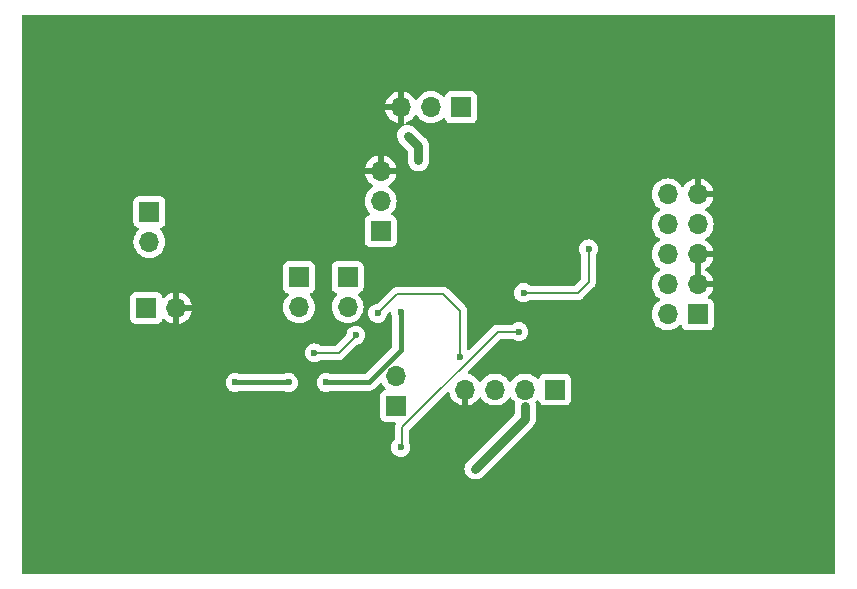
<source format=gbl>
G04 #@! TF.GenerationSoftware,KiCad,Pcbnew,7.0.11-7.0.11~ubuntu22.04.1*
G04 #@! TF.CreationDate,2024-04-10T13:53:24+02:00*
G04 #@! TF.ProjectId,pcb_rduhr_lderyck,7063625f-7264-4756-9872-5f6c64657279,rev?*
G04 #@! TF.SameCoordinates,Original*
G04 #@! TF.FileFunction,Copper,L2,Bot*
G04 #@! TF.FilePolarity,Positive*
%FSLAX46Y46*%
G04 Gerber Fmt 4.6, Leading zero omitted, Abs format (unit mm)*
G04 Created by KiCad (PCBNEW 7.0.11-7.0.11~ubuntu22.04.1) date 2024-04-10 13:53:24*
%MOMM*%
%LPD*%
G01*
G04 APERTURE LIST*
G04 #@! TA.AperFunction,ComponentPad*
%ADD10R,1.700000X1.700000*%
G04 #@! TD*
G04 #@! TA.AperFunction,ComponentPad*
%ADD11O,1.700000X1.700000*%
G04 #@! TD*
G04 #@! TA.AperFunction,ViaPad*
%ADD12C,0.600000*%
G04 #@! TD*
G04 #@! TA.AperFunction,Conductor*
%ADD13C,0.400000*%
G04 #@! TD*
G04 #@! TA.AperFunction,Conductor*
%ADD14C,0.200000*%
G04 #@! TD*
G04 #@! TA.AperFunction,Conductor*
%ADD15C,0.800000*%
G04 #@! TD*
G04 APERTURE END LIST*
D10*
X100300000Y-72280000D03*
D11*
X100300000Y-69740000D03*
X100300000Y-67200000D03*
D10*
X107100000Y-61800000D03*
D11*
X104560000Y-61800000D03*
X102020000Y-61800000D03*
D10*
X97500000Y-76160000D03*
D11*
X97500000Y-78700000D03*
D10*
X93400000Y-76200000D03*
D11*
X93400000Y-78740000D03*
D10*
X80725000Y-70650000D03*
D11*
X80725000Y-73190000D03*
D10*
X127140000Y-79340000D03*
D11*
X124600000Y-79340000D03*
X127140000Y-76800000D03*
X124600000Y-76800000D03*
X127140000Y-74260000D03*
X124600000Y-74260000D03*
X127140000Y-71720000D03*
X124600000Y-71720000D03*
X127140000Y-69180000D03*
X124600000Y-69180000D03*
D10*
X101600000Y-87100000D03*
D11*
X101600000Y-84560000D03*
D10*
X80460000Y-78800000D03*
D11*
X83000000Y-78800000D03*
D10*
X115080000Y-85700000D03*
D11*
X112540000Y-85700000D03*
X110000000Y-85700000D03*
X107460000Y-85700000D03*
D12*
X92500000Y-85100000D03*
X88000000Y-85100000D03*
X102000000Y-79100000D03*
X95700000Y-85100000D03*
X115000000Y-69600000D03*
X72100000Y-87500000D03*
X81200000Y-87100000D03*
X88200000Y-87400000D03*
X107300000Y-68600000D03*
X112400000Y-66400000D03*
X99800000Y-78100000D03*
X88100000Y-82900000D03*
X85100000Y-99800000D03*
X102100000Y-66200000D03*
X102100000Y-71700000D03*
X102900000Y-74800000D03*
X117000000Y-61600000D03*
X131700000Y-71900000D03*
X133800000Y-60800000D03*
X118300000Y-83000000D03*
X75400000Y-59400000D03*
X89100000Y-69100000D03*
X95400000Y-87600000D03*
X110700000Y-95900000D03*
X112500000Y-83300000D03*
X99700000Y-93300000D03*
X91600000Y-89800000D03*
X129800000Y-86300000D03*
X87100000Y-78400000D03*
X72200000Y-78800000D03*
X98700000Y-96100000D03*
X96500000Y-61600000D03*
X97800000Y-69300000D03*
X79600000Y-96900000D03*
X91900000Y-98700000D03*
X121300000Y-81200000D03*
X75500000Y-83000000D03*
X107500000Y-74500000D03*
X95400000Y-76500000D03*
X73900000Y-72400000D03*
X104700000Y-88200000D03*
X126500000Y-99200000D03*
X111900000Y-79400000D03*
X100900000Y-80200000D03*
X84200000Y-75600000D03*
X89500000Y-72700000D03*
X110600000Y-92300000D03*
X73700000Y-95300000D03*
X116100000Y-74400000D03*
X110800000Y-74800000D03*
X112400000Y-77500000D03*
X117900000Y-73800000D03*
X112540000Y-87060000D03*
X108300000Y-92400000D03*
X102600000Y-64200000D03*
X103500000Y-66300000D03*
X107019265Y-82919265D03*
X94700000Y-82600000D03*
X100050000Y-79250000D03*
X98200000Y-81100000D03*
X112000000Y-80800000D03*
X102000000Y-90600000D03*
D13*
X92500000Y-85100000D02*
X88000000Y-85100000D01*
X102000000Y-82392233D02*
X99300000Y-85092233D01*
X102000000Y-79100000D02*
X102000000Y-82392233D01*
X99300000Y-85092233D02*
X95707767Y-85092233D01*
X95707767Y-85092233D02*
X95700000Y-85100000D01*
D14*
X117000000Y-77500000D02*
X112400000Y-77500000D01*
X117900000Y-73800000D02*
X117900000Y-76600000D01*
X117900000Y-76600000D02*
X117000000Y-77500000D01*
D15*
X112540000Y-88160000D02*
X108300000Y-92400000D01*
X112540000Y-87060000D02*
X112540000Y-88160000D01*
X103500000Y-66300000D02*
X103500000Y-65100000D01*
X103500000Y-65100000D02*
X102600000Y-64200000D01*
D14*
X98200000Y-81100000D02*
X98200000Y-81150000D01*
X98200000Y-81150000D02*
X96751471Y-82598529D01*
X96751471Y-82598529D02*
X96751471Y-82600000D01*
X100050000Y-79250000D02*
X101700000Y-77600000D01*
X107019265Y-79019265D02*
X107019265Y-82919265D01*
X101700000Y-77600000D02*
X105600000Y-77600000D01*
X96751471Y-82600000D02*
X94700000Y-82600000D01*
X105600000Y-77600000D02*
X107019265Y-79019265D01*
X102000000Y-90600000D02*
X102100000Y-90500000D01*
X102100000Y-88900000D02*
X110200000Y-80800000D01*
X110200000Y-80800000D02*
X112000000Y-80800000D01*
X102100000Y-90500000D02*
X102100000Y-88900000D01*
G04 #@! TA.AperFunction,Conductor*
G36*
X127390000Y-76364498D02*
G01*
X127282315Y-76315320D01*
X127175763Y-76300000D01*
X127104237Y-76300000D01*
X126997685Y-76315320D01*
X126890000Y-76364498D01*
X126890000Y-74695501D01*
X126997685Y-74744680D01*
X127104237Y-74760000D01*
X127175763Y-74760000D01*
X127282315Y-74744680D01*
X127390000Y-74695501D01*
X127390000Y-76364498D01*
G37*
G04 #@! TD.AperFunction*
G04 #@! TA.AperFunction,Conductor*
G36*
X138742539Y-54020185D02*
G01*
X138788294Y-54072989D01*
X138799500Y-54124500D01*
X138799500Y-101175500D01*
X138779815Y-101242539D01*
X138727011Y-101288294D01*
X138675500Y-101299500D01*
X70024500Y-101299500D01*
X69957461Y-101279815D01*
X69911706Y-101227011D01*
X69900500Y-101175500D01*
X69900500Y-85100003D01*
X87194435Y-85100003D01*
X87214630Y-85279249D01*
X87214631Y-85279254D01*
X87274211Y-85449523D01*
X87283680Y-85464592D01*
X87370184Y-85602262D01*
X87497738Y-85729816D01*
X87584958Y-85784620D01*
X87650474Y-85825787D01*
X87650478Y-85825789D01*
X87820745Y-85885368D01*
X87820750Y-85885369D01*
X87999996Y-85905565D01*
X88000000Y-85905565D01*
X88000004Y-85905565D01*
X88179249Y-85885369D01*
X88179252Y-85885368D01*
X88179255Y-85885368D01*
X88349522Y-85825789D01*
X88350488Y-85825181D01*
X88359523Y-85819506D01*
X88425494Y-85800500D01*
X92074506Y-85800500D01*
X92140477Y-85819506D01*
X92150474Y-85825787D01*
X92150475Y-85825787D01*
X92150478Y-85825789D01*
X92320745Y-85885368D01*
X92320750Y-85885369D01*
X92499996Y-85905565D01*
X92500000Y-85905565D01*
X92500004Y-85905565D01*
X92679249Y-85885369D01*
X92679252Y-85885368D01*
X92679255Y-85885368D01*
X92849522Y-85825789D01*
X93002262Y-85729816D01*
X93129816Y-85602262D01*
X93225789Y-85449522D01*
X93285368Y-85279255D01*
X93290035Y-85237834D01*
X93305565Y-85100003D01*
X94894435Y-85100003D01*
X94914630Y-85279249D01*
X94914631Y-85279254D01*
X94974211Y-85449523D01*
X94983680Y-85464592D01*
X95070184Y-85602262D01*
X95197738Y-85729816D01*
X95284958Y-85784620D01*
X95350474Y-85825787D01*
X95350478Y-85825789D01*
X95520745Y-85885368D01*
X95520750Y-85885369D01*
X95699996Y-85905565D01*
X95700000Y-85905565D01*
X95700004Y-85905565D01*
X95879249Y-85885369D01*
X95879252Y-85885368D01*
X95879255Y-85885368D01*
X96049522Y-85825789D01*
X96059841Y-85819304D01*
X96071883Y-85811739D01*
X96137855Y-85792733D01*
X99275079Y-85792733D01*
X99282566Y-85792958D01*
X99342606Y-85796591D01*
X99401782Y-85785746D01*
X99409185Y-85784620D01*
X99412921Y-85784166D01*
X99468872Y-85777373D01*
X99478335Y-85773783D01*
X99499961Y-85767755D01*
X99500893Y-85767584D01*
X99509932Y-85765928D01*
X99564808Y-85741229D01*
X99571678Y-85738383D01*
X99627930Y-85717051D01*
X99636266Y-85711295D01*
X99655821Y-85700267D01*
X99665057Y-85696111D01*
X99712413Y-85659008D01*
X99718404Y-85654599D01*
X99767929Y-85620416D01*
X99807822Y-85575384D01*
X99812924Y-85569964D01*
X100211412Y-85171476D01*
X100272733Y-85137993D01*
X100342425Y-85142977D01*
X100398358Y-85184849D01*
X100411472Y-85206752D01*
X100425963Y-85237828D01*
X100425965Y-85237831D01*
X100454970Y-85279254D01*
X100561501Y-85431396D01*
X100561506Y-85431402D01*
X100683430Y-85553326D01*
X100716915Y-85614649D01*
X100711931Y-85684341D01*
X100670059Y-85740274D01*
X100639083Y-85757189D01*
X100507669Y-85806203D01*
X100507664Y-85806206D01*
X100392455Y-85892452D01*
X100392452Y-85892455D01*
X100306206Y-86007664D01*
X100306202Y-86007671D01*
X100255908Y-86142517D01*
X100249501Y-86202116D01*
X100249501Y-86202123D01*
X100249500Y-86202135D01*
X100249500Y-87997870D01*
X100249501Y-87997876D01*
X100255908Y-88057483D01*
X100306202Y-88192328D01*
X100306206Y-88192335D01*
X100392452Y-88307544D01*
X100392455Y-88307547D01*
X100507664Y-88393793D01*
X100507671Y-88393797D01*
X100642517Y-88444091D01*
X100642516Y-88444091D01*
X100649444Y-88444835D01*
X100702127Y-88450500D01*
X101450633Y-88450499D01*
X101517672Y-88470183D01*
X101563427Y-88522987D01*
X101573371Y-88592146D01*
X101565194Y-88621951D01*
X101514957Y-88743234D01*
X101514955Y-88743239D01*
X101494318Y-88899998D01*
X101494318Y-88900000D01*
X101498439Y-88931301D01*
X101499500Y-88947487D01*
X101499500Y-89917059D01*
X101479815Y-89984098D01*
X101463182Y-90004740D01*
X101370183Y-90097739D01*
X101274211Y-90250476D01*
X101214631Y-90420745D01*
X101214630Y-90420750D01*
X101194435Y-90599996D01*
X101194435Y-90600003D01*
X101214630Y-90779249D01*
X101214631Y-90779254D01*
X101274211Y-90949523D01*
X101370184Y-91102262D01*
X101497738Y-91229816D01*
X101650478Y-91325789D01*
X101820745Y-91385368D01*
X101820750Y-91385369D01*
X101999996Y-91405565D01*
X102000000Y-91405565D01*
X102000004Y-91405565D01*
X102179249Y-91385369D01*
X102179252Y-91385368D01*
X102179255Y-91385368D01*
X102349522Y-91325789D01*
X102502262Y-91229816D01*
X102629816Y-91102262D01*
X102725789Y-90949522D01*
X102785368Y-90779255D01*
X102805565Y-90600000D01*
X102785368Y-90420745D01*
X102785367Y-90420743D01*
X102785366Y-90420737D01*
X102725790Y-90250479D01*
X102719506Y-90240478D01*
X102700500Y-90174507D01*
X102700500Y-89200096D01*
X102720185Y-89133057D01*
X102736814Y-89112420D01*
X105928867Y-85920367D01*
X105990186Y-85886885D01*
X106059878Y-85891869D01*
X106115811Y-85933741D01*
X106136319Y-85975957D01*
X106186567Y-86163485D01*
X106186570Y-86163492D01*
X106286399Y-86377578D01*
X106421894Y-86571082D01*
X106588917Y-86738105D01*
X106782421Y-86873600D01*
X106996507Y-86973429D01*
X106996516Y-86973433D01*
X107210000Y-87030634D01*
X107210000Y-86135501D01*
X107317685Y-86184680D01*
X107424237Y-86200000D01*
X107495763Y-86200000D01*
X107602315Y-86184680D01*
X107710000Y-86135501D01*
X107710000Y-87030633D01*
X107923483Y-86973433D01*
X107923492Y-86973429D01*
X108137578Y-86873600D01*
X108331082Y-86738105D01*
X108498105Y-86571082D01*
X108628119Y-86385405D01*
X108682696Y-86341781D01*
X108752195Y-86334588D01*
X108814549Y-86366110D01*
X108831269Y-86385405D01*
X108961505Y-86571401D01*
X109128599Y-86738495D01*
X109225384Y-86806265D01*
X109322165Y-86874032D01*
X109322167Y-86874033D01*
X109322170Y-86874035D01*
X109536337Y-86973903D01*
X109764592Y-87035063D01*
X109941034Y-87050500D01*
X109999999Y-87055659D01*
X110000000Y-87055659D01*
X110000001Y-87055659D01*
X110058966Y-87050500D01*
X110235408Y-87035063D01*
X110463663Y-86973903D01*
X110677830Y-86874035D01*
X110871401Y-86738495D01*
X111038495Y-86571401D01*
X111168425Y-86385842D01*
X111223002Y-86342217D01*
X111292500Y-86335023D01*
X111354855Y-86366546D01*
X111371575Y-86385842D01*
X111501501Y-86571396D01*
X111501506Y-86571402D01*
X111636772Y-86706668D01*
X111670257Y-86767991D01*
X111667023Y-86832664D01*
X111654327Y-86871739D01*
X111654326Y-86871743D01*
X111654085Y-86874034D01*
X111641499Y-86993793D01*
X111639500Y-87012811D01*
X111639500Y-87735638D01*
X111619815Y-87802677D01*
X111603181Y-87823319D01*
X107629889Y-91796611D01*
X107629880Y-91796621D01*
X107540620Y-91906845D01*
X107454679Y-92075512D01*
X107405687Y-92258353D01*
X107405686Y-92258355D01*
X107395781Y-92447388D01*
X107425391Y-92634346D01*
X107425392Y-92634349D01*
X107474657Y-92762689D01*
X107493229Y-92811070D01*
X107596326Y-92969825D01*
X107730175Y-93103674D01*
X107888930Y-93206771D01*
X108065650Y-93274607D01*
X108065653Y-93274608D01*
X108175741Y-93292043D01*
X108252609Y-93304218D01*
X108252610Y-93304219D01*
X108252611Y-93304218D01*
X108252612Y-93304219D01*
X108441646Y-93294313D01*
X108624488Y-93245320D01*
X108793149Y-93159383D01*
X108903380Y-93070119D01*
X113119742Y-88853756D01*
X113134525Y-88841130D01*
X113145871Y-88832888D01*
X113191257Y-88782480D01*
X113195711Y-88777788D01*
X113210116Y-88763384D01*
X113210116Y-88763383D01*
X113210120Y-88763380D01*
X113222956Y-88747526D01*
X113227133Y-88742635D01*
X113272533Y-88692216D01*
X113279541Y-88680076D01*
X113290559Y-88664045D01*
X113299384Y-88653149D01*
X113330195Y-88592675D01*
X113333246Y-88587056D01*
X113367179Y-88528284D01*
X113371510Y-88514951D01*
X113378955Y-88496976D01*
X113385320Y-88484487D01*
X113402874Y-88418973D01*
X113404715Y-88412759D01*
X113425674Y-88348255D01*
X113427139Y-88334317D01*
X113430687Y-88315175D01*
X113434313Y-88301645D01*
X113437863Y-88233880D01*
X113438366Y-88227484D01*
X113440500Y-88207192D01*
X113440500Y-88186837D01*
X113440670Y-88180347D01*
X113444220Y-88112611D01*
X113442027Y-88098765D01*
X113440500Y-88079366D01*
X113440500Y-87012811D01*
X113438502Y-86993797D01*
X113425674Y-86871744D01*
X113412976Y-86832667D01*
X113410982Y-86762828D01*
X113443224Y-86706671D01*
X113533329Y-86616566D01*
X113594648Y-86583084D01*
X113664340Y-86588068D01*
X113720274Y-86629939D01*
X113737189Y-86660917D01*
X113786202Y-86792328D01*
X113786206Y-86792335D01*
X113872452Y-86907544D01*
X113872455Y-86907547D01*
X113987664Y-86993793D01*
X113987671Y-86993797D01*
X114122517Y-87044091D01*
X114122516Y-87044091D01*
X114129444Y-87044835D01*
X114182127Y-87050500D01*
X115977872Y-87050499D01*
X116037483Y-87044091D01*
X116172331Y-86993796D01*
X116287546Y-86907546D01*
X116373796Y-86792331D01*
X116424091Y-86657483D01*
X116430500Y-86597873D01*
X116430499Y-84802128D01*
X116424091Y-84742517D01*
X116422810Y-84739083D01*
X116373797Y-84607671D01*
X116373793Y-84607664D01*
X116287547Y-84492455D01*
X116287544Y-84492452D01*
X116172335Y-84406206D01*
X116172328Y-84406202D01*
X116037482Y-84355908D01*
X116037483Y-84355908D01*
X115977883Y-84349501D01*
X115977881Y-84349500D01*
X115977873Y-84349500D01*
X115977864Y-84349500D01*
X114182129Y-84349500D01*
X114182123Y-84349501D01*
X114122516Y-84355908D01*
X113987671Y-84406202D01*
X113987664Y-84406206D01*
X113872455Y-84492452D01*
X113872452Y-84492455D01*
X113786206Y-84607664D01*
X113786203Y-84607669D01*
X113737189Y-84739083D01*
X113695317Y-84795016D01*
X113629853Y-84819433D01*
X113561580Y-84804581D01*
X113533326Y-84783430D01*
X113411402Y-84661506D01*
X113411395Y-84661501D01*
X113217834Y-84525967D01*
X113217830Y-84525965D01*
X113217828Y-84525964D01*
X113003663Y-84426097D01*
X113003659Y-84426096D01*
X113003655Y-84426094D01*
X112775413Y-84364938D01*
X112775403Y-84364936D01*
X112540001Y-84344341D01*
X112539999Y-84344341D01*
X112304596Y-84364936D01*
X112304586Y-84364938D01*
X112076344Y-84426094D01*
X112076335Y-84426098D01*
X111862171Y-84525964D01*
X111862169Y-84525965D01*
X111668597Y-84661505D01*
X111501505Y-84828597D01*
X111371575Y-85014158D01*
X111316998Y-85057783D01*
X111247500Y-85064977D01*
X111185145Y-85033454D01*
X111168425Y-85014158D01*
X111038494Y-84828597D01*
X110871402Y-84661506D01*
X110871395Y-84661501D01*
X110677834Y-84525967D01*
X110677830Y-84525965D01*
X110677828Y-84525964D01*
X110463663Y-84426097D01*
X110463659Y-84426096D01*
X110463655Y-84426094D01*
X110235413Y-84364938D01*
X110235403Y-84364936D01*
X110000001Y-84344341D01*
X109999999Y-84344341D01*
X109764596Y-84364936D01*
X109764586Y-84364938D01*
X109536344Y-84426094D01*
X109536335Y-84426098D01*
X109322171Y-84525964D01*
X109322169Y-84525965D01*
X109128597Y-84661505D01*
X108961508Y-84828594D01*
X108831269Y-85014595D01*
X108776692Y-85058219D01*
X108707193Y-85065412D01*
X108644839Y-85033890D01*
X108628119Y-85014594D01*
X108498113Y-84828926D01*
X108498108Y-84828920D01*
X108331082Y-84661894D01*
X108137578Y-84526399D01*
X107923492Y-84426570D01*
X107923485Y-84426567D01*
X107735957Y-84376319D01*
X107676297Y-84339954D01*
X107645768Y-84277107D01*
X107654063Y-84207731D01*
X107680365Y-84168869D01*
X110412416Y-81436819D01*
X110473739Y-81403334D01*
X110500097Y-81400500D01*
X111417588Y-81400500D01*
X111484627Y-81420185D01*
X111494903Y-81427555D01*
X111497736Y-81429814D01*
X111497738Y-81429816D01*
X111650478Y-81525789D01*
X111820745Y-81585368D01*
X111820750Y-81585369D01*
X111999996Y-81605565D01*
X112000000Y-81605565D01*
X112000004Y-81605565D01*
X112179249Y-81585369D01*
X112179252Y-81585368D01*
X112179255Y-81585368D01*
X112349522Y-81525789D01*
X112502262Y-81429816D01*
X112629816Y-81302262D01*
X112725789Y-81149522D01*
X112785368Y-80979255D01*
X112791960Y-80920750D01*
X112805565Y-80800003D01*
X112805565Y-80799996D01*
X112785369Y-80620750D01*
X112785368Y-80620745D01*
X112782973Y-80613901D01*
X112725789Y-80450478D01*
X112714386Y-80432331D01*
X112676301Y-80371718D01*
X112629816Y-80297738D01*
X112502262Y-80170184D01*
X112470932Y-80150498D01*
X112349523Y-80074211D01*
X112179254Y-80014631D01*
X112179249Y-80014630D01*
X112000004Y-79994435D01*
X111999996Y-79994435D01*
X111820750Y-80014630D01*
X111820745Y-80014631D01*
X111650476Y-80074211D01*
X111497736Y-80170185D01*
X111494903Y-80172445D01*
X111492724Y-80173334D01*
X111491842Y-80173889D01*
X111491744Y-80173734D01*
X111430217Y-80198855D01*
X111417588Y-80199500D01*
X110247487Y-80199500D01*
X110231302Y-80198439D01*
X110200000Y-80194318D01*
X110160639Y-80199500D01*
X110043239Y-80214955D01*
X110043237Y-80214956D01*
X109897157Y-80275464D01*
X109771718Y-80371716D01*
X109752489Y-80396775D01*
X109741798Y-80408965D01*
X107831446Y-82319318D01*
X107770123Y-82352803D01*
X107700431Y-82347819D01*
X107644498Y-82305947D01*
X107620081Y-82240483D01*
X107619765Y-82231637D01*
X107619765Y-79340000D01*
X123244341Y-79340000D01*
X123264936Y-79575403D01*
X123264938Y-79575413D01*
X123326094Y-79803655D01*
X123326096Y-79803659D01*
X123326097Y-79803663D01*
X123421170Y-80007547D01*
X123425965Y-80017830D01*
X123425967Y-80017834D01*
X123504951Y-80130634D01*
X123561505Y-80211401D01*
X123728599Y-80378495D01*
X123825384Y-80446265D01*
X123922165Y-80514032D01*
X123922167Y-80514033D01*
X123922170Y-80514035D01*
X124136337Y-80613903D01*
X124136343Y-80613904D01*
X124136344Y-80613905D01*
X124191285Y-80628626D01*
X124364592Y-80675063D01*
X124541034Y-80690500D01*
X124599999Y-80695659D01*
X124600000Y-80695659D01*
X124600001Y-80695659D01*
X124658966Y-80690500D01*
X124835408Y-80675063D01*
X125063663Y-80613903D01*
X125277830Y-80514035D01*
X125471401Y-80378495D01*
X125593329Y-80256566D01*
X125654648Y-80223084D01*
X125724340Y-80228068D01*
X125780274Y-80269939D01*
X125797189Y-80300917D01*
X125846202Y-80432328D01*
X125846206Y-80432335D01*
X125932452Y-80547544D01*
X125932455Y-80547547D01*
X126047664Y-80633793D01*
X126047671Y-80633797D01*
X126182517Y-80684091D01*
X126182516Y-80684091D01*
X126189444Y-80684835D01*
X126242127Y-80690500D01*
X128037872Y-80690499D01*
X128097483Y-80684091D01*
X128232331Y-80633796D01*
X128347546Y-80547546D01*
X128433796Y-80432331D01*
X128484091Y-80297483D01*
X128490500Y-80237873D01*
X128490499Y-78442128D01*
X128484091Y-78382517D01*
X128482810Y-78379083D01*
X128433797Y-78247671D01*
X128433793Y-78247664D01*
X128347547Y-78132455D01*
X128347544Y-78132452D01*
X128232335Y-78046206D01*
X128232328Y-78046202D01*
X128100401Y-77996997D01*
X128044467Y-77955126D01*
X128020050Y-77889662D01*
X128034902Y-77821389D01*
X128056053Y-77793133D01*
X128178108Y-77671078D01*
X128313600Y-77477578D01*
X128413429Y-77263492D01*
X128413432Y-77263486D01*
X128470636Y-77050000D01*
X127573686Y-77050000D01*
X127599493Y-77009844D01*
X127640000Y-76871889D01*
X127640000Y-76728111D01*
X127599493Y-76590156D01*
X127573686Y-76550000D01*
X128470636Y-76550000D01*
X128470635Y-76549999D01*
X128413432Y-76336513D01*
X128413429Y-76336507D01*
X128313600Y-76122422D01*
X128313599Y-76122420D01*
X128178113Y-75928926D01*
X128178108Y-75928920D01*
X128011082Y-75761894D01*
X127824968Y-75631575D01*
X127781344Y-75576998D01*
X127774151Y-75507499D01*
X127805673Y-75445145D01*
X127824968Y-75428425D01*
X128011082Y-75298105D01*
X128178105Y-75131082D01*
X128313600Y-74937578D01*
X128413429Y-74723492D01*
X128413432Y-74723486D01*
X128470636Y-74510000D01*
X127573686Y-74510000D01*
X127599493Y-74469844D01*
X127640000Y-74331889D01*
X127640000Y-74188111D01*
X127599493Y-74050156D01*
X127573686Y-74010000D01*
X128470636Y-74010000D01*
X128470635Y-74009999D01*
X128413432Y-73796513D01*
X128413429Y-73796507D01*
X128313600Y-73582422D01*
X128313599Y-73582420D01*
X128178113Y-73388926D01*
X128178108Y-73388920D01*
X128011078Y-73221890D01*
X127825405Y-73091879D01*
X127781780Y-73037302D01*
X127774588Y-72967804D01*
X127806110Y-72905449D01*
X127825406Y-72888730D01*
X127825842Y-72888425D01*
X128011401Y-72758495D01*
X128178495Y-72591401D01*
X128314035Y-72397830D01*
X128413903Y-72183663D01*
X128475063Y-71955408D01*
X128495659Y-71720000D01*
X128475063Y-71484592D01*
X128413903Y-71256337D01*
X128314035Y-71042171D01*
X128308425Y-71034158D01*
X128178494Y-70848597D01*
X128011402Y-70681506D01*
X128011401Y-70681505D01*
X127825405Y-70551269D01*
X127781781Y-70496692D01*
X127774588Y-70427193D01*
X127806110Y-70364839D01*
X127825405Y-70348119D01*
X128011082Y-70218105D01*
X128178105Y-70051082D01*
X128313600Y-69857578D01*
X128413429Y-69643492D01*
X128413432Y-69643486D01*
X128470636Y-69430000D01*
X127573686Y-69430000D01*
X127599493Y-69389844D01*
X127640000Y-69251889D01*
X127640000Y-69108111D01*
X127599493Y-68970156D01*
X127573686Y-68930000D01*
X128470636Y-68930000D01*
X128470635Y-68929999D01*
X128413432Y-68716513D01*
X128413429Y-68716507D01*
X128313600Y-68502422D01*
X128313599Y-68502420D01*
X128178113Y-68308926D01*
X128178108Y-68308920D01*
X128011082Y-68141894D01*
X127817578Y-68006399D01*
X127603492Y-67906570D01*
X127603486Y-67906567D01*
X127390000Y-67849364D01*
X127390000Y-68744498D01*
X127282315Y-68695320D01*
X127175763Y-68680000D01*
X127104237Y-68680000D01*
X126997685Y-68695320D01*
X126890000Y-68744498D01*
X126890000Y-67849364D01*
X126889999Y-67849364D01*
X126676513Y-67906567D01*
X126676507Y-67906570D01*
X126462422Y-68006399D01*
X126462420Y-68006400D01*
X126268926Y-68141886D01*
X126268920Y-68141891D01*
X126101891Y-68308920D01*
X126101890Y-68308922D01*
X125971880Y-68494595D01*
X125917303Y-68538219D01*
X125847804Y-68545412D01*
X125785450Y-68513890D01*
X125768730Y-68494594D01*
X125638494Y-68308597D01*
X125471402Y-68141506D01*
X125471395Y-68141501D01*
X125277834Y-68005967D01*
X125277830Y-68005965D01*
X125277828Y-68005964D01*
X125063663Y-67906097D01*
X125063659Y-67906096D01*
X125063655Y-67906094D01*
X124835413Y-67844938D01*
X124835403Y-67844936D01*
X124600001Y-67824341D01*
X124599999Y-67824341D01*
X124364596Y-67844936D01*
X124364586Y-67844938D01*
X124136344Y-67906094D01*
X124136335Y-67906098D01*
X123922171Y-68005964D01*
X123922169Y-68005965D01*
X123728597Y-68141505D01*
X123561505Y-68308597D01*
X123425965Y-68502169D01*
X123425964Y-68502171D01*
X123326098Y-68716335D01*
X123326094Y-68716344D01*
X123264938Y-68944586D01*
X123264936Y-68944596D01*
X123244341Y-69179999D01*
X123244341Y-69180000D01*
X123264936Y-69415403D01*
X123264938Y-69415413D01*
X123326094Y-69643655D01*
X123326096Y-69643659D01*
X123326097Y-69643663D01*
X123409155Y-69821781D01*
X123425965Y-69857830D01*
X123425967Y-69857834D01*
X123534281Y-70012521D01*
X123561501Y-70051396D01*
X123561506Y-70051402D01*
X123728597Y-70218493D01*
X123728603Y-70218498D01*
X123914158Y-70348425D01*
X123957783Y-70403002D01*
X123964977Y-70472500D01*
X123933454Y-70534855D01*
X123914158Y-70551575D01*
X123728597Y-70681505D01*
X123561505Y-70848597D01*
X123425965Y-71042169D01*
X123425964Y-71042171D01*
X123326098Y-71256335D01*
X123326094Y-71256344D01*
X123264938Y-71484586D01*
X123264936Y-71484596D01*
X123244341Y-71719999D01*
X123244341Y-71720000D01*
X123264936Y-71955403D01*
X123264938Y-71955413D01*
X123326094Y-72183655D01*
X123326096Y-72183659D01*
X123326097Y-72183663D01*
X123406004Y-72355023D01*
X123425965Y-72397830D01*
X123425967Y-72397834D01*
X123534281Y-72552521D01*
X123561501Y-72591396D01*
X123561506Y-72591402D01*
X123728597Y-72758493D01*
X123728603Y-72758498D01*
X123914158Y-72888425D01*
X123957783Y-72943002D01*
X123964977Y-73012500D01*
X123933454Y-73074855D01*
X123914158Y-73091575D01*
X123728597Y-73221505D01*
X123561505Y-73388597D01*
X123425965Y-73582169D01*
X123425964Y-73582171D01*
X123326098Y-73796335D01*
X123326094Y-73796344D01*
X123264938Y-74024586D01*
X123264936Y-74024596D01*
X123244341Y-74259999D01*
X123244341Y-74260000D01*
X123264936Y-74495403D01*
X123264938Y-74495413D01*
X123326094Y-74723655D01*
X123326096Y-74723659D01*
X123326097Y-74723663D01*
X123420500Y-74926110D01*
X123425965Y-74937830D01*
X123425967Y-74937834D01*
X123516876Y-75067664D01*
X123561501Y-75131396D01*
X123561506Y-75131402D01*
X123728597Y-75298493D01*
X123728603Y-75298498D01*
X123914158Y-75428425D01*
X123957783Y-75483002D01*
X123964977Y-75552500D01*
X123933454Y-75614855D01*
X123914158Y-75631575D01*
X123728597Y-75761505D01*
X123561505Y-75928597D01*
X123425965Y-76122169D01*
X123425964Y-76122171D01*
X123326098Y-76336335D01*
X123326094Y-76336344D01*
X123264938Y-76564586D01*
X123264936Y-76564596D01*
X123244341Y-76799999D01*
X123244341Y-76800000D01*
X123264936Y-77035403D01*
X123264938Y-77035413D01*
X123326094Y-77263655D01*
X123326096Y-77263659D01*
X123326097Y-77263663D01*
X123412755Y-77449501D01*
X123425965Y-77477830D01*
X123425967Y-77477834D01*
X123506226Y-77592455D01*
X123561501Y-77671396D01*
X123561506Y-77671402D01*
X123728597Y-77838493D01*
X123728603Y-77838498D01*
X123914158Y-77968425D01*
X123957783Y-78023002D01*
X123964977Y-78092500D01*
X123933454Y-78154855D01*
X123914158Y-78171575D01*
X123728597Y-78301505D01*
X123561505Y-78468597D01*
X123425965Y-78662169D01*
X123425964Y-78662171D01*
X123326098Y-78876335D01*
X123326094Y-78876344D01*
X123264938Y-79104586D01*
X123264936Y-79104596D01*
X123244341Y-79339999D01*
X123244341Y-79340000D01*
X107619765Y-79340000D01*
X107619765Y-79066752D01*
X107620826Y-79050566D01*
X107624947Y-79019265D01*
X107624947Y-79019263D01*
X107604309Y-78862504D01*
X107604309Y-78862503D01*
X107543801Y-78716424D01*
X107522807Y-78689064D01*
X107447547Y-78590983D01*
X107447546Y-78590982D01*
X107422493Y-78571758D01*
X107410299Y-78561064D01*
X106349238Y-77500003D01*
X111594435Y-77500003D01*
X111614630Y-77679249D01*
X111614631Y-77679254D01*
X111674211Y-77849523D01*
X111713749Y-77912447D01*
X111770184Y-78002262D01*
X111897738Y-78129816D01*
X112050478Y-78225789D01*
X112194930Y-78276335D01*
X112220745Y-78285368D01*
X112220750Y-78285369D01*
X112399996Y-78305565D01*
X112400000Y-78305565D01*
X112400004Y-78305565D01*
X112579249Y-78285369D01*
X112579252Y-78285368D01*
X112579255Y-78285368D01*
X112749522Y-78225789D01*
X112902262Y-78129816D01*
X112902267Y-78129810D01*
X112905097Y-78127555D01*
X112907275Y-78126665D01*
X112908158Y-78126111D01*
X112908255Y-78126265D01*
X112969783Y-78101145D01*
X112982412Y-78100500D01*
X116952513Y-78100500D01*
X116968697Y-78101560D01*
X117000000Y-78105682D01*
X117000001Y-78105682D01*
X117052254Y-78098802D01*
X117156762Y-78085044D01*
X117302841Y-78024536D01*
X117339007Y-77996785D01*
X117428282Y-77928282D01*
X117447509Y-77903223D01*
X117458190Y-77891043D01*
X118291043Y-77058190D01*
X118303223Y-77047509D01*
X118328282Y-77028282D01*
X118424536Y-76902841D01*
X118485044Y-76756762D01*
X118500500Y-76639361D01*
X118505682Y-76600000D01*
X118501561Y-76568697D01*
X118500500Y-76552512D01*
X118500500Y-74382412D01*
X118520185Y-74315373D01*
X118527555Y-74305097D01*
X118529810Y-74302267D01*
X118529816Y-74302262D01*
X118625789Y-74149522D01*
X118685368Y-73979255D01*
X118697922Y-73867834D01*
X118705565Y-73800003D01*
X118705565Y-73799996D01*
X118685369Y-73620750D01*
X118685368Y-73620745D01*
X118671958Y-73582422D01*
X118625789Y-73450478D01*
X118610036Y-73425408D01*
X118529815Y-73297737D01*
X118402262Y-73170184D01*
X118249523Y-73074211D01*
X118079254Y-73014631D01*
X118079249Y-73014630D01*
X117900004Y-72994435D01*
X117899996Y-72994435D01*
X117720750Y-73014630D01*
X117720745Y-73014631D01*
X117550476Y-73074211D01*
X117397737Y-73170184D01*
X117270184Y-73297737D01*
X117174211Y-73450476D01*
X117114631Y-73620745D01*
X117114630Y-73620750D01*
X117094435Y-73799996D01*
X117094435Y-73800003D01*
X117114630Y-73979249D01*
X117114631Y-73979254D01*
X117174211Y-74149523D01*
X117270185Y-74302263D01*
X117272445Y-74305097D01*
X117273334Y-74307275D01*
X117273889Y-74308158D01*
X117273734Y-74308255D01*
X117298855Y-74369783D01*
X117299500Y-74382412D01*
X117299500Y-76299903D01*
X117279815Y-76366942D01*
X117263181Y-76387584D01*
X116787584Y-76863181D01*
X116726261Y-76896666D01*
X116699903Y-76899500D01*
X112982412Y-76899500D01*
X112915373Y-76879815D01*
X112905097Y-76872445D01*
X112902263Y-76870185D01*
X112902262Y-76870184D01*
X112790565Y-76800000D01*
X112749523Y-76774211D01*
X112579254Y-76714631D01*
X112579249Y-76714630D01*
X112400004Y-76694435D01*
X112399996Y-76694435D01*
X112220750Y-76714630D01*
X112220745Y-76714631D01*
X112050476Y-76774211D01*
X111897737Y-76870184D01*
X111770184Y-76997737D01*
X111674211Y-77150476D01*
X111614631Y-77320745D01*
X111614630Y-77320750D01*
X111594435Y-77499996D01*
X111594435Y-77500003D01*
X106349238Y-77500003D01*
X106058199Y-77208964D01*
X106047504Y-77196769D01*
X106028283Y-77171719D01*
X106028279Y-77171716D01*
X105902841Y-77075464D01*
X105861157Y-77058198D01*
X105756762Y-77014956D01*
X105756760Y-77014955D01*
X105639361Y-76999500D01*
X105600000Y-76994318D01*
X105568697Y-76998439D01*
X105552513Y-76999500D01*
X101747487Y-76999500D01*
X101731302Y-76998439D01*
X101700000Y-76994318D01*
X101660639Y-76999500D01*
X101543239Y-77014955D01*
X101543237Y-77014956D01*
X101397157Y-77075464D01*
X101271718Y-77171716D01*
X101252489Y-77196775D01*
X101241798Y-77208965D01*
X100031465Y-78419298D01*
X99970142Y-78452783D01*
X99957668Y-78454837D01*
X99870750Y-78464630D01*
X99700478Y-78524210D01*
X99547737Y-78620184D01*
X99420184Y-78747737D01*
X99324211Y-78900476D01*
X99264631Y-79070745D01*
X99264630Y-79070750D01*
X99244435Y-79249996D01*
X99244435Y-79250003D01*
X99264630Y-79429249D01*
X99264631Y-79429254D01*
X99324211Y-79599523D01*
X99386007Y-79697870D01*
X99420184Y-79752262D01*
X99547738Y-79879816D01*
X99602196Y-79914034D01*
X99697479Y-79973905D01*
X99700478Y-79975789D01*
X99820636Y-80017834D01*
X99870745Y-80035368D01*
X99870750Y-80035369D01*
X100049996Y-80055565D01*
X100050000Y-80055565D01*
X100050004Y-80055565D01*
X100229249Y-80035369D01*
X100229252Y-80035368D01*
X100229255Y-80035368D01*
X100399522Y-79975789D01*
X100552262Y-79879816D01*
X100679816Y-79752262D01*
X100775789Y-79599522D01*
X100835368Y-79429255D01*
X100845161Y-79342329D01*
X100872226Y-79277918D01*
X100880690Y-79268543D01*
X100997661Y-79151572D01*
X101058982Y-79118089D01*
X101128674Y-79123073D01*
X101184607Y-79164945D01*
X101208560Y-79225371D01*
X101214630Y-79279250D01*
X101214631Y-79279254D01*
X101274212Y-79449525D01*
X101280492Y-79459519D01*
X101299500Y-79525493D01*
X101299500Y-82050714D01*
X101279815Y-82117753D01*
X101263181Y-82138395D01*
X99046162Y-84355414D01*
X98984839Y-84388899D01*
X98958481Y-84391733D01*
X96113133Y-84391733D01*
X96056647Y-84375460D01*
X96055795Y-84377231D01*
X96049529Y-84374213D01*
X95879254Y-84314631D01*
X95879249Y-84314630D01*
X95700004Y-84294435D01*
X95699996Y-84294435D01*
X95520750Y-84314630D01*
X95520745Y-84314631D01*
X95350476Y-84374211D01*
X95197737Y-84470184D01*
X95070184Y-84597737D01*
X94974211Y-84750476D01*
X94914631Y-84920745D01*
X94914630Y-84920750D01*
X94894435Y-85099996D01*
X94894435Y-85100003D01*
X93305565Y-85100003D01*
X93305565Y-85099996D01*
X93285369Y-84920750D01*
X93285368Y-84920745D01*
X93241512Y-84795413D01*
X93225789Y-84750478D01*
X93129816Y-84597738D01*
X93002262Y-84470184D01*
X92932098Y-84426097D01*
X92849523Y-84374211D01*
X92679254Y-84314631D01*
X92679249Y-84314630D01*
X92500004Y-84294435D01*
X92499996Y-84294435D01*
X92320750Y-84314630D01*
X92320745Y-84314631D01*
X92150474Y-84374212D01*
X92140477Y-84380494D01*
X92074506Y-84399500D01*
X88425494Y-84399500D01*
X88359523Y-84380494D01*
X88349525Y-84374212D01*
X88179254Y-84314631D01*
X88179249Y-84314630D01*
X88000004Y-84294435D01*
X87999996Y-84294435D01*
X87820750Y-84314630D01*
X87820745Y-84314631D01*
X87650476Y-84374211D01*
X87497737Y-84470184D01*
X87370184Y-84597737D01*
X87274211Y-84750476D01*
X87214631Y-84920745D01*
X87214630Y-84920750D01*
X87194435Y-85099996D01*
X87194435Y-85100003D01*
X69900500Y-85100003D01*
X69900500Y-82600003D01*
X93894435Y-82600003D01*
X93914630Y-82779249D01*
X93914631Y-82779254D01*
X93974211Y-82949523D01*
X94023699Y-83028282D01*
X94070184Y-83102262D01*
X94197738Y-83229816D01*
X94350478Y-83325789D01*
X94481033Y-83371472D01*
X94520745Y-83385368D01*
X94520750Y-83385369D01*
X94699996Y-83405565D01*
X94700000Y-83405565D01*
X94700004Y-83405565D01*
X94879249Y-83385369D01*
X94879252Y-83385368D01*
X94879255Y-83385368D01*
X95049522Y-83325789D01*
X95202262Y-83229816D01*
X95202267Y-83229810D01*
X95205097Y-83227555D01*
X95207275Y-83226665D01*
X95208158Y-83226111D01*
X95208255Y-83226265D01*
X95269783Y-83201145D01*
X95282412Y-83200500D01*
X96703984Y-83200500D01*
X96720168Y-83201560D01*
X96751471Y-83205682D01*
X96751472Y-83205682D01*
X96803725Y-83198802D01*
X96908233Y-83185044D01*
X97054312Y-83124536D01*
X97179753Y-83028282D01*
X97203834Y-82996896D01*
X97214514Y-82984719D01*
X98274884Y-81924349D01*
X98336205Y-81890866D01*
X98348662Y-81888814D01*
X98379255Y-81885368D01*
X98549522Y-81825789D01*
X98702262Y-81729816D01*
X98829816Y-81602262D01*
X98925789Y-81449522D01*
X98985368Y-81279255D01*
X98999985Y-81149523D01*
X99005565Y-81100003D01*
X99005565Y-81099996D01*
X98985369Y-80920750D01*
X98985368Y-80920745D01*
X98925789Y-80750478D01*
X98829816Y-80597738D01*
X98702262Y-80470184D01*
X98642026Y-80432335D01*
X98549523Y-80374211D01*
X98379254Y-80314631D01*
X98379249Y-80314630D01*
X98200004Y-80294435D01*
X98199996Y-80294435D01*
X98020750Y-80314630D01*
X98020745Y-80314631D01*
X97850476Y-80374211D01*
X97697737Y-80470184D01*
X97570184Y-80597737D01*
X97474211Y-80750476D01*
X97414631Y-80920745D01*
X97414630Y-80920750D01*
X97398489Y-81064015D01*
X97371423Y-81128429D01*
X97362950Y-81137813D01*
X96537584Y-81963181D01*
X96476261Y-81996666D01*
X96449903Y-81999500D01*
X95282412Y-81999500D01*
X95215373Y-81979815D01*
X95205097Y-81972445D01*
X95202263Y-81970185D01*
X95202262Y-81970184D01*
X95080491Y-81893670D01*
X95049523Y-81874211D01*
X94879254Y-81814631D01*
X94879249Y-81814630D01*
X94700004Y-81794435D01*
X94699996Y-81794435D01*
X94520750Y-81814630D01*
X94520745Y-81814631D01*
X94350476Y-81874211D01*
X94197737Y-81970184D01*
X94070184Y-82097737D01*
X93974211Y-82250476D01*
X93914631Y-82420745D01*
X93914630Y-82420750D01*
X93894435Y-82599996D01*
X93894435Y-82600003D01*
X69900500Y-82600003D01*
X69900500Y-79697870D01*
X79109500Y-79697870D01*
X79109501Y-79697876D01*
X79115908Y-79757483D01*
X79166202Y-79892328D01*
X79166206Y-79892335D01*
X79252452Y-80007544D01*
X79252455Y-80007547D01*
X79367664Y-80093793D01*
X79367671Y-80093797D01*
X79502517Y-80144091D01*
X79502516Y-80144091D01*
X79509444Y-80144835D01*
X79562127Y-80150500D01*
X81357872Y-80150499D01*
X81417483Y-80144091D01*
X81552331Y-80093796D01*
X81667546Y-80007546D01*
X81753796Y-79892331D01*
X81803002Y-79760401D01*
X81844872Y-79704468D01*
X81910337Y-79680050D01*
X81978610Y-79694901D01*
X82006865Y-79716053D01*
X82128917Y-79838105D01*
X82322421Y-79973600D01*
X82536507Y-80073429D01*
X82536516Y-80073433D01*
X82750000Y-80130634D01*
X82750000Y-79235501D01*
X82857685Y-79284680D01*
X82964237Y-79300000D01*
X83035763Y-79300000D01*
X83142315Y-79284680D01*
X83250000Y-79235501D01*
X83250000Y-80130633D01*
X83463483Y-80073433D01*
X83463492Y-80073429D01*
X83677578Y-79973600D01*
X83871082Y-79838105D01*
X84038105Y-79671082D01*
X84173600Y-79477578D01*
X84273429Y-79263492D01*
X84273432Y-79263486D01*
X84330636Y-79050000D01*
X83433686Y-79050000D01*
X83459493Y-79009844D01*
X83500000Y-78871889D01*
X83500000Y-78740000D01*
X92044341Y-78740000D01*
X92064936Y-78975403D01*
X92064938Y-78975413D01*
X92126094Y-79203655D01*
X92126096Y-79203659D01*
X92126097Y-79203663D01*
X92189672Y-79339999D01*
X92225965Y-79417830D01*
X92225967Y-79417834D01*
X92333492Y-79571395D01*
X92361505Y-79611401D01*
X92528599Y-79778495D01*
X92564543Y-79803663D01*
X92722165Y-79914032D01*
X92722167Y-79914033D01*
X92722170Y-79914035D01*
X92936337Y-80013903D01*
X92936343Y-80013904D01*
X92936344Y-80013905D01*
X92950993Y-80017830D01*
X93164592Y-80075063D01*
X93352918Y-80091539D01*
X93399999Y-80095659D01*
X93400000Y-80095659D01*
X93400001Y-80095659D01*
X93439234Y-80092226D01*
X93635408Y-80075063D01*
X93863663Y-80013903D01*
X94077830Y-79914035D01*
X94271401Y-79778495D01*
X94438495Y-79611401D01*
X94574035Y-79417830D01*
X94673903Y-79203663D01*
X94735063Y-78975408D01*
X94755659Y-78740000D01*
X94752159Y-78700000D01*
X96144341Y-78700000D01*
X96164936Y-78935403D01*
X96164938Y-78935413D01*
X96226094Y-79163655D01*
X96226096Y-79163659D01*
X96226097Y-79163663D01*
X96325965Y-79377830D01*
X96325967Y-79377834D01*
X96429360Y-79525493D01*
X96461505Y-79571401D01*
X96628599Y-79738495D01*
X96685722Y-79778493D01*
X96822165Y-79874032D01*
X96822167Y-79874033D01*
X96822170Y-79874035D01*
X97036337Y-79973903D01*
X97036343Y-79973904D01*
X97036344Y-79973905D01*
X97076494Y-79984663D01*
X97264592Y-80035063D01*
X97452918Y-80051539D01*
X97499999Y-80055659D01*
X97500000Y-80055659D01*
X97500001Y-80055659D01*
X97539234Y-80052226D01*
X97735408Y-80035063D01*
X97963663Y-79973903D01*
X98177830Y-79874035D01*
X98371401Y-79738495D01*
X98538495Y-79571401D01*
X98674035Y-79377830D01*
X98773903Y-79163663D01*
X98835063Y-78935408D01*
X98855659Y-78700000D01*
X98835063Y-78464592D01*
X98773903Y-78236337D01*
X98674035Y-78022171D01*
X98655646Y-77995909D01*
X98538496Y-77828600D01*
X98503029Y-77793133D01*
X98416567Y-77706671D01*
X98383084Y-77645351D01*
X98388068Y-77575659D01*
X98429939Y-77519725D01*
X98460915Y-77502810D01*
X98592331Y-77453796D01*
X98707546Y-77367546D01*
X98793796Y-77252331D01*
X98844091Y-77117483D01*
X98850500Y-77057873D01*
X98850499Y-75262128D01*
X98844091Y-75202517D01*
X98817566Y-75131401D01*
X98793797Y-75067671D01*
X98793793Y-75067664D01*
X98707547Y-74952455D01*
X98707544Y-74952452D01*
X98592335Y-74866206D01*
X98592328Y-74866202D01*
X98457482Y-74815908D01*
X98457483Y-74815908D01*
X98397883Y-74809501D01*
X98397881Y-74809500D01*
X98397873Y-74809500D01*
X98397864Y-74809500D01*
X96602129Y-74809500D01*
X96602123Y-74809501D01*
X96542516Y-74815908D01*
X96407671Y-74866202D01*
X96407664Y-74866206D01*
X96292455Y-74952452D01*
X96292452Y-74952455D01*
X96206206Y-75067664D01*
X96206202Y-75067671D01*
X96155908Y-75202517D01*
X96151608Y-75242516D01*
X96149501Y-75262123D01*
X96149500Y-75262135D01*
X96149500Y-77057870D01*
X96149501Y-77057876D01*
X96155908Y-77117483D01*
X96206202Y-77252328D01*
X96206206Y-77252335D01*
X96292452Y-77367544D01*
X96292455Y-77367547D01*
X96407664Y-77453793D01*
X96407671Y-77453797D01*
X96539081Y-77502810D01*
X96595015Y-77544681D01*
X96619432Y-77610145D01*
X96604580Y-77678418D01*
X96583430Y-77706673D01*
X96461503Y-77828600D01*
X96325965Y-78022169D01*
X96325964Y-78022171D01*
X96226098Y-78236335D01*
X96226094Y-78236344D01*
X96164938Y-78464586D01*
X96164936Y-78464596D01*
X96144341Y-78699999D01*
X96144341Y-78700000D01*
X94752159Y-78700000D01*
X94735063Y-78504592D01*
X94673903Y-78276337D01*
X94574035Y-78062171D01*
X94563762Y-78047500D01*
X94438496Y-77868600D01*
X94391285Y-77821389D01*
X94316567Y-77746671D01*
X94283084Y-77685351D01*
X94288068Y-77615659D01*
X94329939Y-77559725D01*
X94360915Y-77542810D01*
X94492331Y-77493796D01*
X94607546Y-77407546D01*
X94693796Y-77292331D01*
X94744091Y-77157483D01*
X94750500Y-77097873D01*
X94750499Y-75302128D01*
X94744091Y-75242517D01*
X94702647Y-75131401D01*
X94693797Y-75107671D01*
X94693793Y-75107664D01*
X94607547Y-74992455D01*
X94607544Y-74992452D01*
X94492335Y-74906206D01*
X94492328Y-74906202D01*
X94357482Y-74855908D01*
X94357483Y-74855908D01*
X94297883Y-74849501D01*
X94297881Y-74849500D01*
X94297873Y-74849500D01*
X94297864Y-74849500D01*
X92502129Y-74849500D01*
X92502123Y-74849501D01*
X92442516Y-74855908D01*
X92307671Y-74906202D01*
X92307664Y-74906206D01*
X92192455Y-74992452D01*
X92192452Y-74992455D01*
X92106206Y-75107664D01*
X92106202Y-75107671D01*
X92055908Y-75242517D01*
X92049890Y-75298495D01*
X92049501Y-75302123D01*
X92049500Y-75302135D01*
X92049500Y-77097870D01*
X92049501Y-77097876D01*
X92055908Y-77157483D01*
X92106202Y-77292328D01*
X92106206Y-77292335D01*
X92192452Y-77407544D01*
X92192455Y-77407547D01*
X92307664Y-77493793D01*
X92307671Y-77493797D01*
X92439081Y-77542810D01*
X92495015Y-77584681D01*
X92519432Y-77650145D01*
X92504580Y-77718418D01*
X92483430Y-77746673D01*
X92361503Y-77868600D01*
X92225965Y-78062169D01*
X92225964Y-78062171D01*
X92126098Y-78276335D01*
X92126094Y-78276344D01*
X92064938Y-78504586D01*
X92064936Y-78504596D01*
X92044341Y-78739999D01*
X92044341Y-78740000D01*
X83500000Y-78740000D01*
X83500000Y-78728111D01*
X83459493Y-78590156D01*
X83433686Y-78550000D01*
X84330636Y-78550000D01*
X84330635Y-78549999D01*
X84273432Y-78336513D01*
X84273429Y-78336507D01*
X84173600Y-78122422D01*
X84173599Y-78122420D01*
X84038113Y-77928926D01*
X84038108Y-77928920D01*
X83871082Y-77761894D01*
X83677578Y-77626399D01*
X83463492Y-77526570D01*
X83463486Y-77526567D01*
X83250000Y-77469364D01*
X83250000Y-78364498D01*
X83142315Y-78315320D01*
X83035763Y-78300000D01*
X82964237Y-78300000D01*
X82857685Y-78315320D01*
X82750000Y-78364498D01*
X82750000Y-77469364D01*
X82749999Y-77469364D01*
X82536513Y-77526567D01*
X82536507Y-77526570D01*
X82322422Y-77626399D01*
X82322420Y-77626400D01*
X82128926Y-77761886D01*
X82006865Y-77883947D01*
X81945542Y-77917431D01*
X81875850Y-77912447D01*
X81819917Y-77870575D01*
X81803002Y-77839598D01*
X81753797Y-77707671D01*
X81753793Y-77707664D01*
X81667547Y-77592455D01*
X81667544Y-77592452D01*
X81552335Y-77506206D01*
X81552328Y-77506202D01*
X81417482Y-77455908D01*
X81417483Y-77455908D01*
X81357883Y-77449501D01*
X81357881Y-77449500D01*
X81357873Y-77449500D01*
X81357864Y-77449500D01*
X79562129Y-77449500D01*
X79562123Y-77449501D01*
X79502516Y-77455908D01*
X79367671Y-77506202D01*
X79367664Y-77506206D01*
X79252455Y-77592452D01*
X79252452Y-77592455D01*
X79166206Y-77707664D01*
X79166202Y-77707671D01*
X79115908Y-77842517D01*
X79109501Y-77902116D01*
X79109500Y-77902135D01*
X79109500Y-79697870D01*
X69900500Y-79697870D01*
X69900500Y-73190000D01*
X79369341Y-73190000D01*
X79389936Y-73425403D01*
X79389938Y-73425413D01*
X79451094Y-73653655D01*
X79451096Y-73653659D01*
X79451097Y-73653663D01*
X79550965Y-73867830D01*
X79550967Y-73867834D01*
X79650513Y-74009999D01*
X79686505Y-74061401D01*
X79853599Y-74228495D01*
X79898593Y-74260000D01*
X80047165Y-74364032D01*
X80047167Y-74364033D01*
X80047170Y-74364035D01*
X80261337Y-74463903D01*
X80489592Y-74525063D01*
X80677918Y-74541539D01*
X80724999Y-74545659D01*
X80725000Y-74545659D01*
X80725001Y-74545659D01*
X80764234Y-74542226D01*
X80960408Y-74525063D01*
X81188663Y-74463903D01*
X81402830Y-74364035D01*
X81596401Y-74228495D01*
X81763495Y-74061401D01*
X81899035Y-73867830D01*
X81998903Y-73653663D01*
X82060063Y-73425408D01*
X82080659Y-73190000D01*
X82060063Y-72954592D01*
X81998903Y-72726337D01*
X81899035Y-72512171D01*
X81788999Y-72355023D01*
X81763496Y-72318600D01*
X81763495Y-72318599D01*
X81641567Y-72196671D01*
X81608084Y-72135351D01*
X81613068Y-72065659D01*
X81654939Y-72009725D01*
X81685915Y-71992810D01*
X81817331Y-71943796D01*
X81932546Y-71857546D01*
X82018796Y-71742331D01*
X82069091Y-71607483D01*
X82075500Y-71547873D01*
X82075499Y-69752128D01*
X82074195Y-69740000D01*
X98944341Y-69740000D01*
X98964936Y-69975403D01*
X98964938Y-69975413D01*
X99026094Y-70203655D01*
X99026096Y-70203659D01*
X99026097Y-70203663D01*
X99033015Y-70218498D01*
X99125965Y-70417830D01*
X99125967Y-70417834D01*
X99207907Y-70534855D01*
X99261501Y-70611396D01*
X99261506Y-70611402D01*
X99383430Y-70733326D01*
X99416915Y-70794649D01*
X99411931Y-70864341D01*
X99370059Y-70920274D01*
X99339083Y-70937189D01*
X99207669Y-70986203D01*
X99207664Y-70986206D01*
X99092455Y-71072452D01*
X99092452Y-71072455D01*
X99006206Y-71187664D01*
X99006202Y-71187671D01*
X98955908Y-71322517D01*
X98949501Y-71382116D01*
X98949501Y-71382123D01*
X98949500Y-71382135D01*
X98949500Y-73177870D01*
X98949501Y-73177876D01*
X98955908Y-73237483D01*
X99006202Y-73372328D01*
X99006206Y-73372335D01*
X99092452Y-73487544D01*
X99092455Y-73487547D01*
X99207664Y-73573793D01*
X99207671Y-73573797D01*
X99342517Y-73624091D01*
X99342516Y-73624091D01*
X99349444Y-73624835D01*
X99402127Y-73630500D01*
X101197872Y-73630499D01*
X101257483Y-73624091D01*
X101392331Y-73573796D01*
X101507546Y-73487546D01*
X101593796Y-73372331D01*
X101644091Y-73237483D01*
X101650500Y-73177873D01*
X101650499Y-71382128D01*
X101644091Y-71322517D01*
X101619407Y-71256337D01*
X101593797Y-71187671D01*
X101593793Y-71187664D01*
X101507547Y-71072455D01*
X101507544Y-71072452D01*
X101392335Y-70986206D01*
X101392328Y-70986202D01*
X101260917Y-70937189D01*
X101204983Y-70895318D01*
X101180566Y-70829853D01*
X101195418Y-70761580D01*
X101216563Y-70733332D01*
X101338495Y-70611401D01*
X101474035Y-70417830D01*
X101573903Y-70203663D01*
X101635063Y-69975408D01*
X101655659Y-69740000D01*
X101635063Y-69504592D01*
X101580110Y-69299501D01*
X101573905Y-69276344D01*
X101573904Y-69276343D01*
X101573903Y-69276337D01*
X101474035Y-69062171D01*
X101391709Y-68944596D01*
X101338494Y-68868597D01*
X101171402Y-68701506D01*
X101171401Y-68701505D01*
X100985405Y-68571269D01*
X100941781Y-68516692D01*
X100934588Y-68447193D01*
X100966110Y-68384839D01*
X100985405Y-68368119D01*
X101171082Y-68238105D01*
X101338105Y-68071082D01*
X101473600Y-67877578D01*
X101573429Y-67663492D01*
X101573432Y-67663486D01*
X101630636Y-67450000D01*
X100733686Y-67450000D01*
X100759493Y-67409844D01*
X100800000Y-67271889D01*
X100800000Y-67128111D01*
X100759493Y-66990156D01*
X100733686Y-66950000D01*
X101630636Y-66950000D01*
X101630635Y-66949999D01*
X101573432Y-66736513D01*
X101573429Y-66736507D01*
X101473600Y-66522422D01*
X101473599Y-66522420D01*
X101338113Y-66328926D01*
X101338108Y-66328920D01*
X101171082Y-66161894D01*
X100977578Y-66026399D01*
X100763492Y-65926570D01*
X100763486Y-65926567D01*
X100550000Y-65869364D01*
X100550000Y-66764498D01*
X100442315Y-66715320D01*
X100335763Y-66700000D01*
X100264237Y-66700000D01*
X100157685Y-66715320D01*
X100050000Y-66764498D01*
X100050000Y-65869364D01*
X100049999Y-65869364D01*
X99836513Y-65926567D01*
X99836507Y-65926570D01*
X99622422Y-66026399D01*
X99622420Y-66026400D01*
X99428926Y-66161886D01*
X99428920Y-66161891D01*
X99261891Y-66328920D01*
X99261886Y-66328926D01*
X99126400Y-66522420D01*
X99126399Y-66522422D01*
X99026570Y-66736507D01*
X99026567Y-66736513D01*
X98969364Y-66949999D01*
X98969364Y-66950000D01*
X99866314Y-66950000D01*
X99840507Y-66990156D01*
X99800000Y-67128111D01*
X99800000Y-67271889D01*
X99840507Y-67409844D01*
X99866314Y-67450000D01*
X98969364Y-67450000D01*
X99026567Y-67663486D01*
X99026570Y-67663492D01*
X99126399Y-67877578D01*
X99261894Y-68071082D01*
X99428917Y-68238105D01*
X99614595Y-68368119D01*
X99658219Y-68422696D01*
X99665412Y-68492195D01*
X99633890Y-68554549D01*
X99614595Y-68571269D01*
X99428594Y-68701508D01*
X99261505Y-68868597D01*
X99125965Y-69062169D01*
X99125964Y-69062171D01*
X99026098Y-69276335D01*
X99026094Y-69276344D01*
X98964938Y-69504586D01*
X98964936Y-69504596D01*
X98944341Y-69739999D01*
X98944341Y-69740000D01*
X82074195Y-69740000D01*
X82069091Y-69692517D01*
X82064422Y-69680000D01*
X82018797Y-69557671D01*
X82018793Y-69557664D01*
X81932547Y-69442455D01*
X81932544Y-69442452D01*
X81817335Y-69356206D01*
X81817328Y-69356202D01*
X81682482Y-69305908D01*
X81682483Y-69305908D01*
X81622883Y-69299501D01*
X81622881Y-69299500D01*
X81622873Y-69299500D01*
X81622864Y-69299500D01*
X79827129Y-69299500D01*
X79827123Y-69299501D01*
X79767516Y-69305908D01*
X79632671Y-69356202D01*
X79632664Y-69356206D01*
X79517455Y-69442452D01*
X79517452Y-69442455D01*
X79431206Y-69557664D01*
X79431202Y-69557671D01*
X79380908Y-69692517D01*
X79374501Y-69752116D01*
X79374501Y-69752123D01*
X79374500Y-69752135D01*
X79374500Y-71547870D01*
X79374501Y-71547876D01*
X79380908Y-71607483D01*
X79431202Y-71742328D01*
X79431206Y-71742335D01*
X79517452Y-71857544D01*
X79517455Y-71857547D01*
X79632664Y-71943793D01*
X79632671Y-71943797D01*
X79764081Y-71992810D01*
X79820015Y-72034681D01*
X79844432Y-72100145D01*
X79829580Y-72168418D01*
X79808430Y-72196673D01*
X79686503Y-72318600D01*
X79550965Y-72512169D01*
X79550964Y-72512171D01*
X79451098Y-72726335D01*
X79451094Y-72726344D01*
X79389938Y-72954586D01*
X79389936Y-72954596D01*
X79369341Y-73189999D01*
X79369341Y-73190000D01*
X69900500Y-73190000D01*
X69900500Y-62050000D01*
X100689364Y-62050000D01*
X100746567Y-62263486D01*
X100746570Y-62263492D01*
X100846399Y-62477578D01*
X100981894Y-62671082D01*
X101148917Y-62838105D01*
X101342421Y-62973600D01*
X101556507Y-63073429D01*
X101556516Y-63073433D01*
X101770000Y-63130634D01*
X101770000Y-62235501D01*
X101877685Y-62284680D01*
X101984237Y-62300000D01*
X102055763Y-62300000D01*
X102162315Y-62284680D01*
X102270000Y-62235501D01*
X102270000Y-63130634D01*
X102295411Y-63150133D01*
X102336614Y-63206560D01*
X102340769Y-63276306D01*
X102306557Y-63337227D01*
X102264362Y-63364273D01*
X102188930Y-63393229D01*
X102188929Y-63393229D01*
X102188928Y-63393230D01*
X102030173Y-63496327D01*
X101896327Y-63630173D01*
X101793230Y-63788927D01*
X101725392Y-63965650D01*
X101725391Y-63965653D01*
X101695781Y-64152608D01*
X101695780Y-64152610D01*
X101705686Y-64341644D01*
X101705687Y-64341646D01*
X101754679Y-64524487D01*
X101791094Y-64595955D01*
X101827429Y-64667267D01*
X101840620Y-64693154D01*
X101871848Y-64731716D01*
X101929881Y-64803380D01*
X101929889Y-64803388D01*
X102563181Y-65436680D01*
X102596666Y-65498003D01*
X102599500Y-65524361D01*
X102599500Y-66347192D01*
X102614326Y-66488256D01*
X102614327Y-66488259D01*
X102672818Y-66668277D01*
X102672821Y-66668284D01*
X102767467Y-66832216D01*
X102894129Y-66972888D01*
X103047265Y-67084148D01*
X103047270Y-67084151D01*
X103220192Y-67161142D01*
X103220197Y-67161144D01*
X103405354Y-67200500D01*
X103405355Y-67200500D01*
X103594644Y-67200500D01*
X103594646Y-67200500D01*
X103779803Y-67161144D01*
X103952730Y-67084151D01*
X104105871Y-66972888D01*
X104232533Y-66832216D01*
X104327179Y-66668284D01*
X104385674Y-66488256D01*
X104400500Y-66347192D01*
X104400500Y-65180626D01*
X104402027Y-65161225D01*
X104404219Y-65147388D01*
X104400670Y-65079668D01*
X104400500Y-65073179D01*
X104400500Y-65052813D01*
X104400500Y-65052808D01*
X104398366Y-65032508D01*
X104397861Y-65026089D01*
X104394312Y-64958354D01*
X104394311Y-64958348D01*
X104390687Y-64944825D01*
X104387139Y-64925684D01*
X104385674Y-64911748D01*
X104385674Y-64911744D01*
X104364707Y-64847219D01*
X104362871Y-64841016D01*
X104352786Y-64803378D01*
X104345320Y-64775512D01*
X104338954Y-64763019D01*
X104331508Y-64745042D01*
X104327178Y-64731714D01*
X104327174Y-64731707D01*
X104293265Y-64672975D01*
X104290178Y-64667292D01*
X104259383Y-64606851D01*
X104259382Y-64606849D01*
X104250560Y-64595955D01*
X104239538Y-64579918D01*
X104232532Y-64567783D01*
X104232531Y-64567781D01*
X104187146Y-64517376D01*
X104182931Y-64512441D01*
X104170119Y-64496620D01*
X104155706Y-64482207D01*
X104151254Y-64477515D01*
X104105872Y-64427113D01*
X104105871Y-64427112D01*
X104094525Y-64418869D01*
X104079734Y-64406235D01*
X103203388Y-63529889D01*
X103203380Y-63529881D01*
X103161943Y-63496326D01*
X103093154Y-63440620D01*
X103093150Y-63440618D01*
X103093149Y-63440617D01*
X103000145Y-63393229D01*
X102924487Y-63354679D01*
X102741646Y-63305687D01*
X102741644Y-63305686D01*
X102558474Y-63296088D01*
X102492556Y-63272922D01*
X102449627Y-63217796D01*
X102443317Y-63148212D01*
X102475628Y-63086262D01*
X102512559Y-63059876D01*
X102697575Y-62973601D01*
X102697577Y-62973600D01*
X102891082Y-62838105D01*
X103058105Y-62671082D01*
X103188119Y-62485405D01*
X103242696Y-62441781D01*
X103312195Y-62434588D01*
X103374549Y-62466110D01*
X103391269Y-62485405D01*
X103521505Y-62671401D01*
X103688599Y-62838495D01*
X103785384Y-62906265D01*
X103882165Y-62974032D01*
X103882167Y-62974033D01*
X103882170Y-62974035D01*
X104096337Y-63073903D01*
X104324592Y-63135063D01*
X104501034Y-63150500D01*
X104559999Y-63155659D01*
X104560000Y-63155659D01*
X104560001Y-63155659D01*
X104618966Y-63150500D01*
X104795408Y-63135063D01*
X105023663Y-63073903D01*
X105237830Y-62974035D01*
X105431401Y-62838495D01*
X105553329Y-62716566D01*
X105614648Y-62683084D01*
X105684340Y-62688068D01*
X105740274Y-62729939D01*
X105757189Y-62760917D01*
X105806202Y-62892328D01*
X105806206Y-62892335D01*
X105892452Y-63007544D01*
X105892455Y-63007547D01*
X106007664Y-63093793D01*
X106007671Y-63093797D01*
X106142517Y-63144091D01*
X106142516Y-63144091D01*
X106149444Y-63144835D01*
X106202127Y-63150500D01*
X107997872Y-63150499D01*
X108057483Y-63144091D01*
X108192331Y-63093796D01*
X108307546Y-63007546D01*
X108393796Y-62892331D01*
X108444091Y-62757483D01*
X108450500Y-62697873D01*
X108450499Y-60902128D01*
X108444091Y-60842517D01*
X108442810Y-60839083D01*
X108393797Y-60707671D01*
X108393793Y-60707664D01*
X108307547Y-60592455D01*
X108307544Y-60592452D01*
X108192335Y-60506206D01*
X108192328Y-60506202D01*
X108057482Y-60455908D01*
X108057483Y-60455908D01*
X107997883Y-60449501D01*
X107997881Y-60449500D01*
X107997873Y-60449500D01*
X107997864Y-60449500D01*
X106202129Y-60449500D01*
X106202123Y-60449501D01*
X106142516Y-60455908D01*
X106007671Y-60506202D01*
X106007664Y-60506206D01*
X105892455Y-60592452D01*
X105892452Y-60592455D01*
X105806206Y-60707664D01*
X105806203Y-60707669D01*
X105757189Y-60839083D01*
X105715317Y-60895016D01*
X105649853Y-60919433D01*
X105581580Y-60904581D01*
X105553326Y-60883430D01*
X105431402Y-60761506D01*
X105431395Y-60761501D01*
X105237834Y-60625967D01*
X105237830Y-60625965D01*
X105237828Y-60625964D01*
X105023663Y-60526097D01*
X105023659Y-60526096D01*
X105023655Y-60526094D01*
X104795413Y-60464938D01*
X104795403Y-60464936D01*
X104560001Y-60444341D01*
X104559999Y-60444341D01*
X104324596Y-60464936D01*
X104324586Y-60464938D01*
X104096344Y-60526094D01*
X104096335Y-60526098D01*
X103882171Y-60625964D01*
X103882169Y-60625965D01*
X103688597Y-60761505D01*
X103521508Y-60928594D01*
X103391269Y-61114595D01*
X103336692Y-61158219D01*
X103267193Y-61165412D01*
X103204839Y-61133890D01*
X103188119Y-61114594D01*
X103058113Y-60928926D01*
X103058108Y-60928920D01*
X102891082Y-60761894D01*
X102697578Y-60626399D01*
X102483492Y-60526570D01*
X102483486Y-60526567D01*
X102270000Y-60469364D01*
X102270000Y-61364498D01*
X102162315Y-61315320D01*
X102055763Y-61300000D01*
X101984237Y-61300000D01*
X101877685Y-61315320D01*
X101770000Y-61364498D01*
X101770000Y-60469364D01*
X101769999Y-60469364D01*
X101556513Y-60526567D01*
X101556507Y-60526570D01*
X101342422Y-60626399D01*
X101342420Y-60626400D01*
X101148926Y-60761886D01*
X101148920Y-60761891D01*
X100981891Y-60928920D01*
X100981886Y-60928926D01*
X100846400Y-61122420D01*
X100846399Y-61122422D01*
X100746570Y-61336507D01*
X100746567Y-61336513D01*
X100689364Y-61549999D01*
X100689364Y-61550000D01*
X101586314Y-61550000D01*
X101560507Y-61590156D01*
X101520000Y-61728111D01*
X101520000Y-61871889D01*
X101560507Y-62009844D01*
X101586314Y-62050000D01*
X100689364Y-62050000D01*
X69900500Y-62050000D01*
X69900500Y-54124500D01*
X69920185Y-54057461D01*
X69972989Y-54011706D01*
X70024500Y-54000500D01*
X138675500Y-54000500D01*
X138742539Y-54020185D01*
G37*
G04 #@! TD.AperFunction*
M02*

</source>
